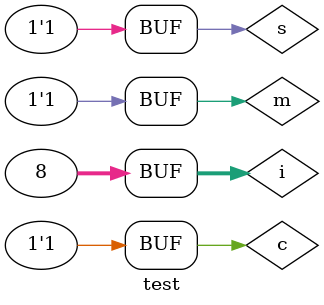
<source format=v>
module cafe (input coffe_button, money, soup_button, output reg coffee, soup);
    always @(coffe_button or money or soup_button) begin
        coffee <= (~(coffe_button & soup_button) & (coffe_button & money));
        soup <= (money & soup_button);
    end
endmodule


module test;
    reg c, m, s;
    wire coffee, soup;
    integer i;

    cafe a (.coffe_button(c), .money(m), .soup_button(s), .coffee(coffee), .soup(soup));

    initial begin
        c <= 0;
        m <= 0;
        s <= 0;

        $monitor("\Coffee Button: %0b\t\tMoney: %0b\t\tSoup Button: %0b\t\tCoffe: %0b\t\tSoup: %0b\n", c, m, s, coffee, soup);
        $dumpfile("coffee.vcd"); // Definindo o nome do arquivo para o gtkwave
        $dumpvars(0, test);

        for (i = 0; i < 8 ; i = i + 1) begin
            {c, m, s} = i;
            #10;
        end
    end
endmodule
</source>
